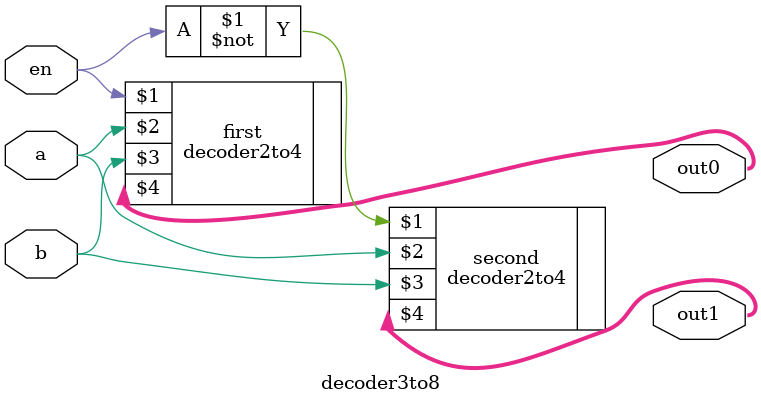
<source format=sv>
`timescale 1ns / 1ps


module decoder3to8(
input logic a , b , en ,
output logic [3:0]out0 , out1
    );
    decoder2to4 first(en , a , b, out0) ;
    decoder2to4 second(~en , a , b, out1) ;
endmodule

</source>
